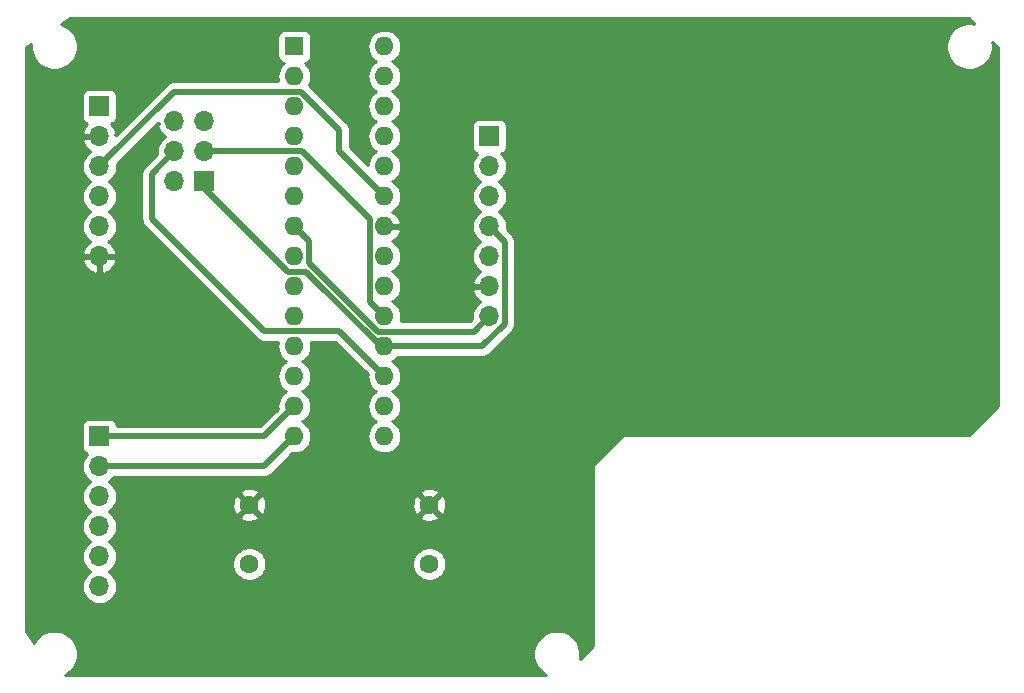
<source format=gbr>
G04 #@! TF.GenerationSoftware,KiCad,Pcbnew,5.1.4-3.fc30*
G04 #@! TF.CreationDate,2019-09-02T15:50:26-07:00*
G04 #@! TF.ProjectId,AR_20_JW_Rev2,41525f32-305f-44a5-975f-526576322e6b,rev?*
G04 #@! TF.SameCoordinates,Original*
G04 #@! TF.FileFunction,Copper,L2,Bot*
G04 #@! TF.FilePolarity,Positive*
%FSLAX46Y46*%
G04 Gerber Fmt 4.6, Leading zero omitted, Abs format (unit mm)*
G04 Created by KiCad (PCBNEW 5.1.4-3.fc30) date 2019-09-02 15:50:26*
%MOMM*%
%LPD*%
G04 APERTURE LIST*
%ADD10C,1.600000*%
%ADD11R,1.600000X1.600000*%
%ADD12O,1.600000X1.600000*%
%ADD13R,1.700000X1.700000*%
%ADD14O,1.700000X1.700000*%
%ADD15C,0.500000*%
%ADD16C,0.254000*%
G04 APERTURE END LIST*
D10*
X139065000Y-118745000D03*
X139065000Y-113745000D03*
X123825000Y-113745000D03*
X123825000Y-118745000D03*
D11*
X127635000Y-74930000D03*
D12*
X135255000Y-107950000D03*
X127635000Y-77470000D03*
X135255000Y-105410000D03*
X127635000Y-80010000D03*
X135255000Y-102870000D03*
X127635000Y-82550000D03*
X135255000Y-100330000D03*
X127635000Y-85090000D03*
X135255000Y-97790000D03*
X127635000Y-87630000D03*
X135255000Y-95250000D03*
X127635000Y-90170000D03*
X135255000Y-92710000D03*
X127635000Y-92710000D03*
X135255000Y-90170000D03*
X127635000Y-95250000D03*
X135255000Y-87630000D03*
X127635000Y-97790000D03*
X135255000Y-85090000D03*
X127635000Y-100330000D03*
X135255000Y-82550000D03*
X127635000Y-102870000D03*
X135255000Y-80010000D03*
X127635000Y-105410000D03*
X135255000Y-77470000D03*
X127635000Y-107950000D03*
X135255000Y-74930000D03*
D13*
X120015000Y-86360000D03*
D14*
X117475000Y-86360000D03*
X120015000Y-83820000D03*
X117475000Y-83820000D03*
X120015000Y-81280000D03*
X117475000Y-81280000D03*
D13*
X144145000Y-82550000D03*
D14*
X144145000Y-85090000D03*
X144145000Y-87630000D03*
X144145000Y-90170000D03*
X144145000Y-92710000D03*
X144145000Y-95250000D03*
X144145000Y-97790000D03*
D13*
X111125000Y-80010000D03*
D14*
X111125000Y-82550000D03*
X111125000Y-85090000D03*
X111125000Y-87630000D03*
X111125000Y-90170000D03*
X111125000Y-92710000D03*
X111125000Y-120650000D03*
X111125000Y-118110000D03*
X111125000Y-115570000D03*
X111125000Y-113030000D03*
X111125000Y-110490000D03*
D13*
X111125000Y-107950000D03*
D15*
X134694997Y-99079999D02*
X128885001Y-93270003D01*
X142855001Y-99079999D02*
X134694997Y-99079999D01*
X128434999Y-90969999D02*
X127635000Y-90170000D01*
X128885001Y-91420001D02*
X128434999Y-90969999D01*
X128885001Y-93270003D02*
X128885001Y-91420001D01*
X144145000Y-97790000D02*
X142855001Y-99079999D01*
X115570000Y-89535000D02*
X125075001Y-99040001D01*
X134455001Y-102070001D02*
X135255000Y-102870000D01*
X117475000Y-83820000D02*
X115570000Y-85725000D01*
X115570000Y-85725000D02*
X115570000Y-89535000D01*
X125075001Y-99040001D02*
X131425001Y-99040001D01*
X131425001Y-99040001D02*
X134455001Y-102070001D01*
X128625035Y-93999999D02*
X134955036Y-100330000D01*
X127074997Y-93999999D02*
X128625035Y-93999999D01*
X120015000Y-86940002D02*
X127074997Y-93999999D01*
X134955036Y-100330000D02*
X135255000Y-100330000D01*
X120015000Y-86360000D02*
X120015000Y-86940002D01*
X136386370Y-100330000D02*
X135255000Y-100330000D01*
X143529002Y-100330000D02*
X136386370Y-100330000D01*
X145445001Y-98414001D02*
X143529002Y-100330000D01*
X145445001Y-91470001D02*
X145445001Y-98414001D01*
X144145000Y-90170000D02*
X145445001Y-91470001D01*
X134004999Y-96539999D02*
X134455001Y-96990001D01*
X134004999Y-89554999D02*
X134004999Y-96539999D01*
X128270000Y-83820000D02*
X134004999Y-89554999D01*
X134455001Y-96990001D02*
X135255000Y-97790000D01*
X120015000Y-83820000D02*
X128270000Y-83820000D01*
X128235001Y-78759999D02*
X131445000Y-81969998D01*
X111125000Y-85090000D02*
X117455001Y-78759999D01*
X117455001Y-78759999D02*
X128235001Y-78759999D01*
X131445000Y-83820000D02*
X135255000Y-87630000D01*
X131445000Y-81969998D02*
X131445000Y-83820000D01*
X125095000Y-107950000D02*
X127635000Y-105410000D01*
X111125000Y-107950000D02*
X125095000Y-107950000D01*
X125095000Y-110490000D02*
X127635000Y-107950000D01*
X111125000Y-110490000D02*
X125095000Y-110490000D01*
D16*
G36*
X185205061Y-72989667D02*
G01*
X184980505Y-72945000D01*
X184589495Y-72945000D01*
X184205997Y-73021282D01*
X183844750Y-73170915D01*
X183519636Y-73388149D01*
X183243149Y-73664636D01*
X183025915Y-73989750D01*
X182876282Y-74350997D01*
X182800000Y-74734495D01*
X182800000Y-75125505D01*
X182876282Y-75509003D01*
X183025915Y-75870250D01*
X183243149Y-76195364D01*
X183519636Y-76471851D01*
X183844750Y-76689085D01*
X184205997Y-76838718D01*
X184589495Y-76915000D01*
X184980505Y-76915000D01*
X185364003Y-76838718D01*
X185725250Y-76689085D01*
X186050364Y-76471851D01*
X186326851Y-76195364D01*
X186544085Y-75870250D01*
X186693718Y-75509003D01*
X186770000Y-75125505D01*
X186770000Y-74734495D01*
X186725333Y-74509939D01*
X187198000Y-74982606D01*
X187198000Y-105357394D01*
X184732394Y-107823000D01*
X155575000Y-107823000D01*
X155550224Y-107825440D01*
X155526399Y-107832667D01*
X155504443Y-107844403D01*
X155485197Y-107860197D01*
X152945197Y-110400197D01*
X152929403Y-110419443D01*
X152917667Y-110441399D01*
X152910440Y-110465224D01*
X152908000Y-110490000D01*
X152908000Y-125677394D01*
X151800333Y-126785061D01*
X151845000Y-126560505D01*
X151845000Y-126169495D01*
X151768718Y-125785997D01*
X151619085Y-125424750D01*
X151401851Y-125099636D01*
X151125364Y-124823149D01*
X150800250Y-124605915D01*
X150439003Y-124456282D01*
X150055505Y-124380000D01*
X149664495Y-124380000D01*
X149280997Y-124456282D01*
X148919750Y-124605915D01*
X148594636Y-124823149D01*
X148318149Y-125099636D01*
X148100915Y-125424750D01*
X147951282Y-125785997D01*
X147875000Y-126169495D01*
X147875000Y-126560505D01*
X147951282Y-126944003D01*
X148100915Y-127305250D01*
X148318149Y-127630364D01*
X148594636Y-127906851D01*
X148919750Y-128124085D01*
X148965415Y-128143000D01*
X108209585Y-128143000D01*
X108255250Y-128124085D01*
X108580364Y-127906851D01*
X108856851Y-127630364D01*
X109074085Y-127305250D01*
X109223718Y-126944003D01*
X109300000Y-126560505D01*
X109300000Y-126169495D01*
X109223718Y-125785997D01*
X109074085Y-125424750D01*
X108856851Y-125099636D01*
X108580364Y-124823149D01*
X108255250Y-124605915D01*
X107894003Y-124456282D01*
X107510505Y-124380000D01*
X107119495Y-124380000D01*
X106735997Y-124456282D01*
X106374750Y-124605915D01*
X106049636Y-124823149D01*
X105773149Y-125099636D01*
X105563367Y-125413598D01*
X104902000Y-124421548D01*
X104902000Y-93066890D01*
X109683524Y-93066890D01*
X109728175Y-93214099D01*
X109853359Y-93476920D01*
X110027412Y-93710269D01*
X110243645Y-93905178D01*
X110493748Y-94054157D01*
X110768109Y-94151481D01*
X110998000Y-94030814D01*
X110998000Y-92837000D01*
X111252000Y-92837000D01*
X111252000Y-94030814D01*
X111481891Y-94151481D01*
X111756252Y-94054157D01*
X112006355Y-93905178D01*
X112222588Y-93710269D01*
X112396641Y-93476920D01*
X112521825Y-93214099D01*
X112566476Y-93066890D01*
X112445155Y-92837000D01*
X111252000Y-92837000D01*
X110998000Y-92837000D01*
X109804845Y-92837000D01*
X109683524Y-93066890D01*
X104902000Y-93066890D01*
X104902000Y-85090000D01*
X109632815Y-85090000D01*
X109661487Y-85381111D01*
X109746401Y-85661034D01*
X109884294Y-85919014D01*
X110069866Y-86145134D01*
X110295986Y-86330706D01*
X110350791Y-86360000D01*
X110295986Y-86389294D01*
X110069866Y-86574866D01*
X109884294Y-86800986D01*
X109746401Y-87058966D01*
X109661487Y-87338889D01*
X109632815Y-87630000D01*
X109661487Y-87921111D01*
X109746401Y-88201034D01*
X109884294Y-88459014D01*
X110069866Y-88685134D01*
X110295986Y-88870706D01*
X110350791Y-88900000D01*
X110295986Y-88929294D01*
X110069866Y-89114866D01*
X109884294Y-89340986D01*
X109746401Y-89598966D01*
X109661487Y-89878889D01*
X109632815Y-90170000D01*
X109661487Y-90461111D01*
X109746401Y-90741034D01*
X109884294Y-90999014D01*
X110069866Y-91225134D01*
X110295986Y-91410706D01*
X110360523Y-91445201D01*
X110243645Y-91514822D01*
X110027412Y-91709731D01*
X109853359Y-91943080D01*
X109728175Y-92205901D01*
X109683524Y-92353110D01*
X109804845Y-92583000D01*
X110998000Y-92583000D01*
X110998000Y-92563000D01*
X111252000Y-92563000D01*
X111252000Y-92583000D01*
X112445155Y-92583000D01*
X112566476Y-92353110D01*
X112521825Y-92205901D01*
X112396641Y-91943080D01*
X112222588Y-91709731D01*
X112006355Y-91514822D01*
X111889477Y-91445201D01*
X111954014Y-91410706D01*
X112180134Y-91225134D01*
X112365706Y-90999014D01*
X112503599Y-90741034D01*
X112588513Y-90461111D01*
X112617185Y-90170000D01*
X112588513Y-89878889D01*
X112503599Y-89598966D01*
X112365706Y-89340986D01*
X112180134Y-89114866D01*
X111954014Y-88929294D01*
X111899209Y-88900000D01*
X111954014Y-88870706D01*
X112180134Y-88685134D01*
X112365706Y-88459014D01*
X112503599Y-88201034D01*
X112588513Y-87921111D01*
X112617185Y-87630000D01*
X112588513Y-87338889D01*
X112503599Y-87058966D01*
X112365706Y-86800986D01*
X112180134Y-86574866D01*
X111954014Y-86389294D01*
X111899209Y-86360000D01*
X111954014Y-86330706D01*
X112180134Y-86145134D01*
X112365706Y-85919014D01*
X112503599Y-85661034D01*
X112588513Y-85381111D01*
X112617185Y-85090000D01*
X112595612Y-84870966D01*
X116059577Y-81407002D01*
X116154844Y-81407002D01*
X116033524Y-81636890D01*
X116078175Y-81784099D01*
X116203359Y-82046920D01*
X116377412Y-82280269D01*
X116593645Y-82475178D01*
X116710523Y-82544799D01*
X116645986Y-82579294D01*
X116419866Y-82764866D01*
X116234294Y-82990986D01*
X116096401Y-83248966D01*
X116011487Y-83528889D01*
X115982815Y-83820000D01*
X116004388Y-84039033D01*
X114974956Y-85068466D01*
X114941183Y-85096183D01*
X114830589Y-85230942D01*
X114748411Y-85384688D01*
X114697805Y-85551511D01*
X114685000Y-85681524D01*
X114685000Y-85681531D01*
X114680719Y-85725000D01*
X114685000Y-85768469D01*
X114685001Y-89491521D01*
X114680719Y-89535000D01*
X114697805Y-89708490D01*
X114748412Y-89875313D01*
X114830590Y-90029059D01*
X114913468Y-90130046D01*
X114913471Y-90130049D01*
X114941184Y-90163817D01*
X114974952Y-90191530D01*
X124418471Y-99635050D01*
X124446184Y-99668818D01*
X124479952Y-99696531D01*
X124479954Y-99696533D01*
X124494921Y-99708816D01*
X124580942Y-99779412D01*
X124734688Y-99861590D01*
X124901511Y-99912196D01*
X125031524Y-99925001D01*
X125031534Y-99925001D01*
X125075000Y-99929282D01*
X125118466Y-99925001D01*
X126258285Y-99925001D01*
X126220764Y-100048691D01*
X126193057Y-100330000D01*
X126220764Y-100611309D01*
X126302818Y-100881808D01*
X126436068Y-101131101D01*
X126615392Y-101349608D01*
X126833899Y-101528932D01*
X126966858Y-101600000D01*
X126833899Y-101671068D01*
X126615392Y-101850392D01*
X126436068Y-102068899D01*
X126302818Y-102318192D01*
X126220764Y-102588691D01*
X126193057Y-102870000D01*
X126220764Y-103151309D01*
X126302818Y-103421808D01*
X126436068Y-103671101D01*
X126615392Y-103889608D01*
X126833899Y-104068932D01*
X126966858Y-104140000D01*
X126833899Y-104211068D01*
X126615392Y-104390392D01*
X126436068Y-104608899D01*
X126302818Y-104858192D01*
X126220764Y-105128691D01*
X126193057Y-105410000D01*
X126210125Y-105583296D01*
X124728422Y-107065000D01*
X112609625Y-107065000D01*
X112600812Y-106975518D01*
X112564502Y-106855820D01*
X112505537Y-106745506D01*
X112426185Y-106648815D01*
X112329494Y-106569463D01*
X112219180Y-106510498D01*
X112099482Y-106474188D01*
X111975000Y-106461928D01*
X110275000Y-106461928D01*
X110150518Y-106474188D01*
X110030820Y-106510498D01*
X109920506Y-106569463D01*
X109823815Y-106648815D01*
X109744463Y-106745506D01*
X109685498Y-106855820D01*
X109649188Y-106975518D01*
X109636928Y-107100000D01*
X109636928Y-108800000D01*
X109649188Y-108924482D01*
X109685498Y-109044180D01*
X109744463Y-109154494D01*
X109823815Y-109251185D01*
X109920506Y-109330537D01*
X110030820Y-109389502D01*
X110099687Y-109410393D01*
X110069866Y-109434866D01*
X109884294Y-109660986D01*
X109746401Y-109918966D01*
X109661487Y-110198889D01*
X109632815Y-110490000D01*
X109661487Y-110781111D01*
X109746401Y-111061034D01*
X109884294Y-111319014D01*
X110069866Y-111545134D01*
X110295986Y-111730706D01*
X110350791Y-111760000D01*
X110295986Y-111789294D01*
X110069866Y-111974866D01*
X109884294Y-112200986D01*
X109746401Y-112458966D01*
X109661487Y-112738889D01*
X109632815Y-113030000D01*
X109661487Y-113321111D01*
X109746401Y-113601034D01*
X109884294Y-113859014D01*
X110069866Y-114085134D01*
X110295986Y-114270706D01*
X110350791Y-114300000D01*
X110295986Y-114329294D01*
X110069866Y-114514866D01*
X109884294Y-114740986D01*
X109746401Y-114998966D01*
X109661487Y-115278889D01*
X109632815Y-115570000D01*
X109661487Y-115861111D01*
X109746401Y-116141034D01*
X109884294Y-116399014D01*
X110069866Y-116625134D01*
X110295986Y-116810706D01*
X110350791Y-116840000D01*
X110295986Y-116869294D01*
X110069866Y-117054866D01*
X109884294Y-117280986D01*
X109746401Y-117538966D01*
X109661487Y-117818889D01*
X109632815Y-118110000D01*
X109661487Y-118401111D01*
X109746401Y-118681034D01*
X109884294Y-118939014D01*
X110069866Y-119165134D01*
X110295986Y-119350706D01*
X110350791Y-119380000D01*
X110295986Y-119409294D01*
X110069866Y-119594866D01*
X109884294Y-119820986D01*
X109746401Y-120078966D01*
X109661487Y-120358889D01*
X109632815Y-120650000D01*
X109661487Y-120941111D01*
X109746401Y-121221034D01*
X109884294Y-121479014D01*
X110069866Y-121705134D01*
X110295986Y-121890706D01*
X110553966Y-122028599D01*
X110833889Y-122113513D01*
X111052050Y-122135000D01*
X111197950Y-122135000D01*
X111416111Y-122113513D01*
X111696034Y-122028599D01*
X111954014Y-121890706D01*
X112180134Y-121705134D01*
X112365706Y-121479014D01*
X112503599Y-121221034D01*
X112588513Y-120941111D01*
X112617185Y-120650000D01*
X112588513Y-120358889D01*
X112503599Y-120078966D01*
X112365706Y-119820986D01*
X112180134Y-119594866D01*
X111954014Y-119409294D01*
X111899209Y-119380000D01*
X111954014Y-119350706D01*
X112180134Y-119165134D01*
X112365706Y-118939014D01*
X112503599Y-118681034D01*
X112527068Y-118603665D01*
X122390000Y-118603665D01*
X122390000Y-118886335D01*
X122445147Y-119163574D01*
X122553320Y-119424727D01*
X122710363Y-119659759D01*
X122910241Y-119859637D01*
X123145273Y-120016680D01*
X123406426Y-120124853D01*
X123683665Y-120180000D01*
X123966335Y-120180000D01*
X124243574Y-120124853D01*
X124504727Y-120016680D01*
X124739759Y-119859637D01*
X124939637Y-119659759D01*
X125096680Y-119424727D01*
X125204853Y-119163574D01*
X125260000Y-118886335D01*
X125260000Y-118603665D01*
X137630000Y-118603665D01*
X137630000Y-118886335D01*
X137685147Y-119163574D01*
X137793320Y-119424727D01*
X137950363Y-119659759D01*
X138150241Y-119859637D01*
X138385273Y-120016680D01*
X138646426Y-120124853D01*
X138923665Y-120180000D01*
X139206335Y-120180000D01*
X139483574Y-120124853D01*
X139744727Y-120016680D01*
X139979759Y-119859637D01*
X140179637Y-119659759D01*
X140336680Y-119424727D01*
X140444853Y-119163574D01*
X140500000Y-118886335D01*
X140500000Y-118603665D01*
X140444853Y-118326426D01*
X140336680Y-118065273D01*
X140179637Y-117830241D01*
X139979759Y-117630363D01*
X139744727Y-117473320D01*
X139483574Y-117365147D01*
X139206335Y-117310000D01*
X138923665Y-117310000D01*
X138646426Y-117365147D01*
X138385273Y-117473320D01*
X138150241Y-117630363D01*
X137950363Y-117830241D01*
X137793320Y-118065273D01*
X137685147Y-118326426D01*
X137630000Y-118603665D01*
X125260000Y-118603665D01*
X125204853Y-118326426D01*
X125096680Y-118065273D01*
X124939637Y-117830241D01*
X124739759Y-117630363D01*
X124504727Y-117473320D01*
X124243574Y-117365147D01*
X123966335Y-117310000D01*
X123683665Y-117310000D01*
X123406426Y-117365147D01*
X123145273Y-117473320D01*
X122910241Y-117630363D01*
X122710363Y-117830241D01*
X122553320Y-118065273D01*
X122445147Y-118326426D01*
X122390000Y-118603665D01*
X112527068Y-118603665D01*
X112588513Y-118401111D01*
X112617185Y-118110000D01*
X112588513Y-117818889D01*
X112503599Y-117538966D01*
X112365706Y-117280986D01*
X112180134Y-117054866D01*
X111954014Y-116869294D01*
X111899209Y-116840000D01*
X111954014Y-116810706D01*
X112180134Y-116625134D01*
X112365706Y-116399014D01*
X112503599Y-116141034D01*
X112588513Y-115861111D01*
X112617185Y-115570000D01*
X112588513Y-115278889D01*
X112503599Y-114998966D01*
X112365706Y-114740986D01*
X112363011Y-114737702D01*
X123011903Y-114737702D01*
X123083486Y-114981671D01*
X123338996Y-115102571D01*
X123613184Y-115171300D01*
X123895512Y-115185217D01*
X124175130Y-115143787D01*
X124441292Y-115048603D01*
X124566514Y-114981671D01*
X124638097Y-114737702D01*
X138251903Y-114737702D01*
X138323486Y-114981671D01*
X138578996Y-115102571D01*
X138853184Y-115171300D01*
X139135512Y-115185217D01*
X139415130Y-115143787D01*
X139681292Y-115048603D01*
X139806514Y-114981671D01*
X139878097Y-114737702D01*
X139065000Y-113924605D01*
X138251903Y-114737702D01*
X124638097Y-114737702D01*
X123825000Y-113924605D01*
X123011903Y-114737702D01*
X112363011Y-114737702D01*
X112180134Y-114514866D01*
X111954014Y-114329294D01*
X111899209Y-114300000D01*
X111954014Y-114270706D01*
X112180134Y-114085134D01*
X112365706Y-113859014D01*
X112388958Y-113815512D01*
X122384783Y-113815512D01*
X122426213Y-114095130D01*
X122521397Y-114361292D01*
X122588329Y-114486514D01*
X122832298Y-114558097D01*
X123645395Y-113745000D01*
X124004605Y-113745000D01*
X124817702Y-114558097D01*
X125061671Y-114486514D01*
X125182571Y-114231004D01*
X125251300Y-113956816D01*
X125258265Y-113815512D01*
X137624783Y-113815512D01*
X137666213Y-114095130D01*
X137761397Y-114361292D01*
X137828329Y-114486514D01*
X138072298Y-114558097D01*
X138885395Y-113745000D01*
X139244605Y-113745000D01*
X140057702Y-114558097D01*
X140301671Y-114486514D01*
X140422571Y-114231004D01*
X140491300Y-113956816D01*
X140505217Y-113674488D01*
X140463787Y-113394870D01*
X140368603Y-113128708D01*
X140301671Y-113003486D01*
X140057702Y-112931903D01*
X139244605Y-113745000D01*
X138885395Y-113745000D01*
X138072298Y-112931903D01*
X137828329Y-113003486D01*
X137707429Y-113258996D01*
X137638700Y-113533184D01*
X137624783Y-113815512D01*
X125258265Y-113815512D01*
X125265217Y-113674488D01*
X125223787Y-113394870D01*
X125128603Y-113128708D01*
X125061671Y-113003486D01*
X124817702Y-112931903D01*
X124004605Y-113745000D01*
X123645395Y-113745000D01*
X122832298Y-112931903D01*
X122588329Y-113003486D01*
X122467429Y-113258996D01*
X122398700Y-113533184D01*
X122384783Y-113815512D01*
X112388958Y-113815512D01*
X112503599Y-113601034D01*
X112588513Y-113321111D01*
X112617185Y-113030000D01*
X112589834Y-112752298D01*
X123011903Y-112752298D01*
X123825000Y-113565395D01*
X124638097Y-112752298D01*
X138251903Y-112752298D01*
X139065000Y-113565395D01*
X139878097Y-112752298D01*
X139806514Y-112508329D01*
X139551004Y-112387429D01*
X139276816Y-112318700D01*
X138994488Y-112304783D01*
X138714870Y-112346213D01*
X138448708Y-112441397D01*
X138323486Y-112508329D01*
X138251903Y-112752298D01*
X124638097Y-112752298D01*
X124566514Y-112508329D01*
X124311004Y-112387429D01*
X124036816Y-112318700D01*
X123754488Y-112304783D01*
X123474870Y-112346213D01*
X123208708Y-112441397D01*
X123083486Y-112508329D01*
X123011903Y-112752298D01*
X112589834Y-112752298D01*
X112588513Y-112738889D01*
X112503599Y-112458966D01*
X112365706Y-112200986D01*
X112180134Y-111974866D01*
X111954014Y-111789294D01*
X111899209Y-111760000D01*
X111954014Y-111730706D01*
X112180134Y-111545134D01*
X112319759Y-111375000D01*
X125051531Y-111375000D01*
X125095000Y-111379281D01*
X125138469Y-111375000D01*
X125138477Y-111375000D01*
X125268490Y-111362195D01*
X125435313Y-111311589D01*
X125589059Y-111229411D01*
X125723817Y-111118817D01*
X125751534Y-111085044D01*
X127461704Y-109374875D01*
X127564508Y-109385000D01*
X127705492Y-109385000D01*
X127916309Y-109364236D01*
X128186808Y-109282182D01*
X128436101Y-109148932D01*
X128654608Y-108969608D01*
X128833932Y-108751101D01*
X128967182Y-108501808D01*
X129049236Y-108231309D01*
X129076943Y-107950000D01*
X129049236Y-107668691D01*
X128967182Y-107398192D01*
X128833932Y-107148899D01*
X128654608Y-106930392D01*
X128436101Y-106751068D01*
X128303142Y-106680000D01*
X128436101Y-106608932D01*
X128654608Y-106429608D01*
X128833932Y-106211101D01*
X128967182Y-105961808D01*
X129049236Y-105691309D01*
X129076943Y-105410000D01*
X129049236Y-105128691D01*
X128967182Y-104858192D01*
X128833932Y-104608899D01*
X128654608Y-104390392D01*
X128436101Y-104211068D01*
X128303142Y-104140000D01*
X128436101Y-104068932D01*
X128654608Y-103889608D01*
X128833932Y-103671101D01*
X128967182Y-103421808D01*
X129049236Y-103151309D01*
X129076943Y-102870000D01*
X129049236Y-102588691D01*
X128967182Y-102318192D01*
X128833932Y-102068899D01*
X128654608Y-101850392D01*
X128436101Y-101671068D01*
X128303142Y-101600000D01*
X128436101Y-101528932D01*
X128654608Y-101349608D01*
X128833932Y-101131101D01*
X128967182Y-100881808D01*
X129049236Y-100611309D01*
X129076943Y-100330000D01*
X129049236Y-100048691D01*
X129011715Y-99925001D01*
X131058423Y-99925001D01*
X133830125Y-102696704D01*
X133813057Y-102870000D01*
X133840764Y-103151309D01*
X133922818Y-103421808D01*
X134056068Y-103671101D01*
X134235392Y-103889608D01*
X134453899Y-104068932D01*
X134586858Y-104140000D01*
X134453899Y-104211068D01*
X134235392Y-104390392D01*
X134056068Y-104608899D01*
X133922818Y-104858192D01*
X133840764Y-105128691D01*
X133813057Y-105410000D01*
X133840764Y-105691309D01*
X133922818Y-105961808D01*
X134056068Y-106211101D01*
X134235392Y-106429608D01*
X134453899Y-106608932D01*
X134586858Y-106680000D01*
X134453899Y-106751068D01*
X134235392Y-106930392D01*
X134056068Y-107148899D01*
X133922818Y-107398192D01*
X133840764Y-107668691D01*
X133813057Y-107950000D01*
X133840764Y-108231309D01*
X133922818Y-108501808D01*
X134056068Y-108751101D01*
X134235392Y-108969608D01*
X134453899Y-109148932D01*
X134703192Y-109282182D01*
X134973691Y-109364236D01*
X135184508Y-109385000D01*
X135325492Y-109385000D01*
X135536309Y-109364236D01*
X135806808Y-109282182D01*
X136056101Y-109148932D01*
X136274608Y-108969608D01*
X136453932Y-108751101D01*
X136587182Y-108501808D01*
X136669236Y-108231309D01*
X136696943Y-107950000D01*
X136669236Y-107668691D01*
X136587182Y-107398192D01*
X136453932Y-107148899D01*
X136274608Y-106930392D01*
X136056101Y-106751068D01*
X135923142Y-106680000D01*
X136056101Y-106608932D01*
X136274608Y-106429608D01*
X136453932Y-106211101D01*
X136587182Y-105961808D01*
X136669236Y-105691309D01*
X136696943Y-105410000D01*
X136669236Y-105128691D01*
X136587182Y-104858192D01*
X136453932Y-104608899D01*
X136274608Y-104390392D01*
X136056101Y-104211068D01*
X135923142Y-104140000D01*
X136056101Y-104068932D01*
X136274608Y-103889608D01*
X136453932Y-103671101D01*
X136587182Y-103421808D01*
X136669236Y-103151309D01*
X136696943Y-102870000D01*
X136669236Y-102588691D01*
X136587182Y-102318192D01*
X136453932Y-102068899D01*
X136274608Y-101850392D01*
X136056101Y-101671068D01*
X135923142Y-101600000D01*
X136056101Y-101528932D01*
X136274608Y-101349608D01*
X136385078Y-101215000D01*
X143485533Y-101215000D01*
X143529002Y-101219281D01*
X143572471Y-101215000D01*
X143572479Y-101215000D01*
X143702492Y-101202195D01*
X143869315Y-101151589D01*
X144023061Y-101069411D01*
X144157819Y-100958817D01*
X144185536Y-100925044D01*
X146040050Y-99070531D01*
X146073818Y-99042818D01*
X146118042Y-98988932D01*
X146184412Y-98908060D01*
X146266589Y-98754315D01*
X146266590Y-98754314D01*
X146317196Y-98587491D01*
X146330001Y-98457478D01*
X146330001Y-98457470D01*
X146334282Y-98414001D01*
X146330001Y-98370532D01*
X146330001Y-91513467D01*
X146334282Y-91470000D01*
X146330001Y-91426534D01*
X146330001Y-91426524D01*
X146317196Y-91296511D01*
X146266590Y-91129688D01*
X146184412Y-90975942D01*
X146073818Y-90841184D01*
X146040051Y-90813472D01*
X145615612Y-90389033D01*
X145637185Y-90170000D01*
X145608513Y-89878889D01*
X145523599Y-89598966D01*
X145385706Y-89340986D01*
X145200134Y-89114866D01*
X144974014Y-88929294D01*
X144919209Y-88900000D01*
X144974014Y-88870706D01*
X145200134Y-88685134D01*
X145385706Y-88459014D01*
X145523599Y-88201034D01*
X145608513Y-87921111D01*
X145637185Y-87630000D01*
X145608513Y-87338889D01*
X145523599Y-87058966D01*
X145385706Y-86800986D01*
X145200134Y-86574866D01*
X144974014Y-86389294D01*
X144919209Y-86360000D01*
X144974014Y-86330706D01*
X145200134Y-86145134D01*
X145385706Y-85919014D01*
X145523599Y-85661034D01*
X145608513Y-85381111D01*
X145637185Y-85090000D01*
X145608513Y-84798889D01*
X145523599Y-84518966D01*
X145385706Y-84260986D01*
X145200134Y-84034866D01*
X145170313Y-84010393D01*
X145239180Y-83989502D01*
X145349494Y-83930537D01*
X145446185Y-83851185D01*
X145525537Y-83754494D01*
X145584502Y-83644180D01*
X145620812Y-83524482D01*
X145633072Y-83400000D01*
X145633072Y-81700000D01*
X145620812Y-81575518D01*
X145584502Y-81455820D01*
X145525537Y-81345506D01*
X145446185Y-81248815D01*
X145349494Y-81169463D01*
X145239180Y-81110498D01*
X145119482Y-81074188D01*
X144995000Y-81061928D01*
X143295000Y-81061928D01*
X143170518Y-81074188D01*
X143050820Y-81110498D01*
X142940506Y-81169463D01*
X142843815Y-81248815D01*
X142764463Y-81345506D01*
X142705498Y-81455820D01*
X142669188Y-81575518D01*
X142656928Y-81700000D01*
X142656928Y-83400000D01*
X142669188Y-83524482D01*
X142705498Y-83644180D01*
X142764463Y-83754494D01*
X142843815Y-83851185D01*
X142940506Y-83930537D01*
X143050820Y-83989502D01*
X143119687Y-84010393D01*
X143089866Y-84034866D01*
X142904294Y-84260986D01*
X142766401Y-84518966D01*
X142681487Y-84798889D01*
X142652815Y-85090000D01*
X142681487Y-85381111D01*
X142766401Y-85661034D01*
X142904294Y-85919014D01*
X143089866Y-86145134D01*
X143315986Y-86330706D01*
X143370791Y-86360000D01*
X143315986Y-86389294D01*
X143089866Y-86574866D01*
X142904294Y-86800986D01*
X142766401Y-87058966D01*
X142681487Y-87338889D01*
X142652815Y-87630000D01*
X142681487Y-87921111D01*
X142766401Y-88201034D01*
X142904294Y-88459014D01*
X143089866Y-88685134D01*
X143315986Y-88870706D01*
X143370791Y-88900000D01*
X143315986Y-88929294D01*
X143089866Y-89114866D01*
X142904294Y-89340986D01*
X142766401Y-89598966D01*
X142681487Y-89878889D01*
X142652815Y-90170000D01*
X142681487Y-90461111D01*
X142766401Y-90741034D01*
X142904294Y-90999014D01*
X143089866Y-91225134D01*
X143315986Y-91410706D01*
X143370791Y-91440000D01*
X143315986Y-91469294D01*
X143089866Y-91654866D01*
X142904294Y-91880986D01*
X142766401Y-92138966D01*
X142681487Y-92418889D01*
X142652815Y-92710000D01*
X142681487Y-93001111D01*
X142766401Y-93281034D01*
X142904294Y-93539014D01*
X143089866Y-93765134D01*
X143315986Y-93950706D01*
X143380523Y-93985201D01*
X143263645Y-94054822D01*
X143047412Y-94249731D01*
X142873359Y-94483080D01*
X142748175Y-94745901D01*
X142703524Y-94893110D01*
X142824845Y-95123000D01*
X144018000Y-95123000D01*
X144018000Y-95103000D01*
X144272000Y-95103000D01*
X144272000Y-95123000D01*
X144292000Y-95123000D01*
X144292000Y-95377000D01*
X144272000Y-95377000D01*
X144272000Y-95397000D01*
X144018000Y-95397000D01*
X144018000Y-95377000D01*
X142824845Y-95377000D01*
X142703524Y-95606890D01*
X142748175Y-95754099D01*
X142873359Y-96016920D01*
X143047412Y-96250269D01*
X143263645Y-96445178D01*
X143380523Y-96514799D01*
X143315986Y-96549294D01*
X143089866Y-96734866D01*
X142904294Y-96960986D01*
X142766401Y-97218966D01*
X142681487Y-97498889D01*
X142652815Y-97790000D01*
X142674388Y-98009034D01*
X142488423Y-98194999D01*
X136631715Y-98194999D01*
X136669236Y-98071309D01*
X136696943Y-97790000D01*
X136669236Y-97508691D01*
X136587182Y-97238192D01*
X136453932Y-96988899D01*
X136274608Y-96770392D01*
X136056101Y-96591068D01*
X135923142Y-96520000D01*
X136056101Y-96448932D01*
X136274608Y-96269608D01*
X136453932Y-96051101D01*
X136587182Y-95801808D01*
X136669236Y-95531309D01*
X136696943Y-95250000D01*
X136669236Y-94968691D01*
X136587182Y-94698192D01*
X136453932Y-94448899D01*
X136274608Y-94230392D01*
X136056101Y-94051068D01*
X135923142Y-93980000D01*
X136056101Y-93908932D01*
X136274608Y-93729608D01*
X136453932Y-93511101D01*
X136587182Y-93261808D01*
X136669236Y-92991309D01*
X136696943Y-92710000D01*
X136669236Y-92428691D01*
X136587182Y-92158192D01*
X136453932Y-91908899D01*
X136274608Y-91690392D01*
X136056101Y-91511068D01*
X135918318Y-91437421D01*
X136110131Y-91322385D01*
X136318519Y-91133414D01*
X136486037Y-90907420D01*
X136606246Y-90653087D01*
X136646904Y-90519039D01*
X136524915Y-90297000D01*
X135382000Y-90297000D01*
X135382000Y-90317000D01*
X135128000Y-90317000D01*
X135128000Y-90297000D01*
X135108000Y-90297000D01*
X135108000Y-90043000D01*
X135128000Y-90043000D01*
X135128000Y-90023000D01*
X135382000Y-90023000D01*
X135382000Y-90043000D01*
X136524915Y-90043000D01*
X136646904Y-89820961D01*
X136606246Y-89686913D01*
X136486037Y-89432580D01*
X136318519Y-89206586D01*
X136110131Y-89017615D01*
X135918318Y-88902579D01*
X136056101Y-88828932D01*
X136274608Y-88649608D01*
X136453932Y-88431101D01*
X136587182Y-88181808D01*
X136669236Y-87911309D01*
X136696943Y-87630000D01*
X136669236Y-87348691D01*
X136587182Y-87078192D01*
X136453932Y-86828899D01*
X136274608Y-86610392D01*
X136056101Y-86431068D01*
X135923142Y-86360000D01*
X136056101Y-86288932D01*
X136274608Y-86109608D01*
X136453932Y-85891101D01*
X136587182Y-85641808D01*
X136669236Y-85371309D01*
X136696943Y-85090000D01*
X136669236Y-84808691D01*
X136587182Y-84538192D01*
X136453932Y-84288899D01*
X136274608Y-84070392D01*
X136056101Y-83891068D01*
X135923142Y-83820000D01*
X136056101Y-83748932D01*
X136274608Y-83569608D01*
X136453932Y-83351101D01*
X136587182Y-83101808D01*
X136669236Y-82831309D01*
X136696943Y-82550000D01*
X136669236Y-82268691D01*
X136587182Y-81998192D01*
X136453932Y-81748899D01*
X136274608Y-81530392D01*
X136056101Y-81351068D01*
X135923142Y-81280000D01*
X136056101Y-81208932D01*
X136274608Y-81029608D01*
X136453932Y-80811101D01*
X136587182Y-80561808D01*
X136669236Y-80291309D01*
X136696943Y-80010000D01*
X136669236Y-79728691D01*
X136587182Y-79458192D01*
X136453932Y-79208899D01*
X136274608Y-78990392D01*
X136056101Y-78811068D01*
X135923142Y-78740000D01*
X136056101Y-78668932D01*
X136274608Y-78489608D01*
X136453932Y-78271101D01*
X136587182Y-78021808D01*
X136669236Y-77751309D01*
X136696943Y-77470000D01*
X136669236Y-77188691D01*
X136587182Y-76918192D01*
X136453932Y-76668899D01*
X136274608Y-76450392D01*
X136056101Y-76271068D01*
X135923142Y-76200000D01*
X136056101Y-76128932D01*
X136274608Y-75949608D01*
X136453932Y-75731101D01*
X136587182Y-75481808D01*
X136669236Y-75211309D01*
X136696943Y-74930000D01*
X136669236Y-74648691D01*
X136587182Y-74378192D01*
X136453932Y-74128899D01*
X136274608Y-73910392D01*
X136056101Y-73731068D01*
X135806808Y-73597818D01*
X135536309Y-73515764D01*
X135325492Y-73495000D01*
X135184508Y-73495000D01*
X134973691Y-73515764D01*
X134703192Y-73597818D01*
X134453899Y-73731068D01*
X134235392Y-73910392D01*
X134056068Y-74128899D01*
X133922818Y-74378192D01*
X133840764Y-74648691D01*
X133813057Y-74930000D01*
X133840764Y-75211309D01*
X133922818Y-75481808D01*
X134056068Y-75731101D01*
X134235392Y-75949608D01*
X134453899Y-76128932D01*
X134586858Y-76200000D01*
X134453899Y-76271068D01*
X134235392Y-76450392D01*
X134056068Y-76668899D01*
X133922818Y-76918192D01*
X133840764Y-77188691D01*
X133813057Y-77470000D01*
X133840764Y-77751309D01*
X133922818Y-78021808D01*
X134056068Y-78271101D01*
X134235392Y-78489608D01*
X134453899Y-78668932D01*
X134586858Y-78740000D01*
X134453899Y-78811068D01*
X134235392Y-78990392D01*
X134056068Y-79208899D01*
X133922818Y-79458192D01*
X133840764Y-79728691D01*
X133813057Y-80010000D01*
X133840764Y-80291309D01*
X133922818Y-80561808D01*
X134056068Y-80811101D01*
X134235392Y-81029608D01*
X134453899Y-81208932D01*
X134586858Y-81280000D01*
X134453899Y-81351068D01*
X134235392Y-81530392D01*
X134056068Y-81748899D01*
X133922818Y-81998192D01*
X133840764Y-82268691D01*
X133813057Y-82550000D01*
X133840764Y-82831309D01*
X133922818Y-83101808D01*
X134056068Y-83351101D01*
X134235392Y-83569608D01*
X134453899Y-83748932D01*
X134586858Y-83820000D01*
X134453899Y-83891068D01*
X134235392Y-84070392D01*
X134056068Y-84288899D01*
X133922818Y-84538192D01*
X133840764Y-84808691D01*
X133826822Y-84950244D01*
X132330000Y-83453422D01*
X132330000Y-82013463D01*
X132334281Y-81969997D01*
X132330000Y-81926531D01*
X132330000Y-81926521D01*
X132317195Y-81796508D01*
X132266589Y-81629685D01*
X132184411Y-81475939D01*
X132073817Y-81341181D01*
X132040050Y-81313469D01*
X128891535Y-78164955D01*
X128891010Y-78164315D01*
X128967182Y-78021808D01*
X129049236Y-77751309D01*
X129076943Y-77470000D01*
X129049236Y-77188691D01*
X128967182Y-76918192D01*
X128833932Y-76668899D01*
X128654608Y-76450392D01*
X128541518Y-76357581D01*
X128559482Y-76355812D01*
X128679180Y-76319502D01*
X128789494Y-76260537D01*
X128886185Y-76181185D01*
X128965537Y-76084494D01*
X129024502Y-75974180D01*
X129060812Y-75854482D01*
X129073072Y-75730000D01*
X129073072Y-74130000D01*
X129060812Y-74005518D01*
X129024502Y-73885820D01*
X128965537Y-73775506D01*
X128886185Y-73678815D01*
X128789494Y-73599463D01*
X128679180Y-73540498D01*
X128559482Y-73504188D01*
X128435000Y-73491928D01*
X126835000Y-73491928D01*
X126710518Y-73504188D01*
X126590820Y-73540498D01*
X126480506Y-73599463D01*
X126383815Y-73678815D01*
X126304463Y-73775506D01*
X126245498Y-73885820D01*
X126209188Y-74005518D01*
X126196928Y-74130000D01*
X126196928Y-75730000D01*
X126209188Y-75854482D01*
X126245498Y-75974180D01*
X126304463Y-76084494D01*
X126383815Y-76181185D01*
X126480506Y-76260537D01*
X126590820Y-76319502D01*
X126710518Y-76355812D01*
X126728482Y-76357581D01*
X126615392Y-76450392D01*
X126436068Y-76668899D01*
X126302818Y-76918192D01*
X126220764Y-77188691D01*
X126193057Y-77470000D01*
X126220764Y-77751309D01*
X126258285Y-77874999D01*
X117498466Y-77874999D01*
X117455000Y-77870718D01*
X117411534Y-77874999D01*
X117411524Y-77874999D01*
X117281511Y-77887804D01*
X117114688Y-77938410D01*
X116960942Y-78020588D01*
X116931453Y-78044789D01*
X116859954Y-78103467D01*
X116859952Y-78103469D01*
X116826184Y-78131182D01*
X116798471Y-78164950D01*
X112540424Y-82422998D01*
X112445156Y-82422998D01*
X112566476Y-82193110D01*
X112521825Y-82045901D01*
X112396641Y-81783080D01*
X112222588Y-81549731D01*
X112138534Y-81473966D01*
X112219180Y-81449502D01*
X112329494Y-81390537D01*
X112426185Y-81311185D01*
X112505537Y-81214494D01*
X112564502Y-81104180D01*
X112600812Y-80984482D01*
X112613072Y-80860000D01*
X112613072Y-79160000D01*
X112600812Y-79035518D01*
X112564502Y-78915820D01*
X112505537Y-78805506D01*
X112426185Y-78708815D01*
X112329494Y-78629463D01*
X112219180Y-78570498D01*
X112099482Y-78534188D01*
X111975000Y-78521928D01*
X110275000Y-78521928D01*
X110150518Y-78534188D01*
X110030820Y-78570498D01*
X109920506Y-78629463D01*
X109823815Y-78708815D01*
X109744463Y-78805506D01*
X109685498Y-78915820D01*
X109649188Y-79035518D01*
X109636928Y-79160000D01*
X109636928Y-80860000D01*
X109649188Y-80984482D01*
X109685498Y-81104180D01*
X109744463Y-81214494D01*
X109823815Y-81311185D01*
X109920506Y-81390537D01*
X110030820Y-81449502D01*
X110111466Y-81473966D01*
X110027412Y-81549731D01*
X109853359Y-81783080D01*
X109728175Y-82045901D01*
X109683524Y-82193110D01*
X109804845Y-82423000D01*
X110998000Y-82423000D01*
X110998000Y-82403000D01*
X111252000Y-82403000D01*
X111252000Y-82423000D01*
X111272000Y-82423000D01*
X111272000Y-82677000D01*
X111252000Y-82677000D01*
X111252000Y-82697000D01*
X110998000Y-82697000D01*
X110998000Y-82677000D01*
X109804845Y-82677000D01*
X109683524Y-82906890D01*
X109728175Y-83054099D01*
X109853359Y-83316920D01*
X110027412Y-83550269D01*
X110243645Y-83745178D01*
X110360523Y-83814799D01*
X110295986Y-83849294D01*
X110069866Y-84034866D01*
X109884294Y-84260986D01*
X109746401Y-84518966D01*
X109661487Y-84798889D01*
X109632815Y-85090000D01*
X104902000Y-85090000D01*
X104902000Y-74997968D01*
X105335013Y-74709293D01*
X105330000Y-74734495D01*
X105330000Y-75125505D01*
X105406282Y-75509003D01*
X105555915Y-75870250D01*
X105773149Y-76195364D01*
X106049636Y-76471851D01*
X106374750Y-76689085D01*
X106735997Y-76838718D01*
X107119495Y-76915000D01*
X107510505Y-76915000D01*
X107894003Y-76838718D01*
X108255250Y-76689085D01*
X108580364Y-76471851D01*
X108856851Y-76195364D01*
X109074085Y-75870250D01*
X109223718Y-75509003D01*
X109300000Y-75125505D01*
X109300000Y-74734495D01*
X109223718Y-74350997D01*
X109074085Y-73989750D01*
X108856851Y-73664636D01*
X108580364Y-73388149D01*
X108255250Y-73170915D01*
X107894003Y-73021282D01*
X107873228Y-73017150D01*
X108623452Y-72517000D01*
X184732394Y-72517000D01*
X185205061Y-72989667D01*
X185205061Y-72989667D01*
G37*
X185205061Y-72989667D02*
X184980505Y-72945000D01*
X184589495Y-72945000D01*
X184205997Y-73021282D01*
X183844750Y-73170915D01*
X183519636Y-73388149D01*
X183243149Y-73664636D01*
X183025915Y-73989750D01*
X182876282Y-74350997D01*
X182800000Y-74734495D01*
X182800000Y-75125505D01*
X182876282Y-75509003D01*
X183025915Y-75870250D01*
X183243149Y-76195364D01*
X183519636Y-76471851D01*
X183844750Y-76689085D01*
X184205997Y-76838718D01*
X184589495Y-76915000D01*
X184980505Y-76915000D01*
X185364003Y-76838718D01*
X185725250Y-76689085D01*
X186050364Y-76471851D01*
X186326851Y-76195364D01*
X186544085Y-75870250D01*
X186693718Y-75509003D01*
X186770000Y-75125505D01*
X186770000Y-74734495D01*
X186725333Y-74509939D01*
X187198000Y-74982606D01*
X187198000Y-105357394D01*
X184732394Y-107823000D01*
X155575000Y-107823000D01*
X155550224Y-107825440D01*
X155526399Y-107832667D01*
X155504443Y-107844403D01*
X155485197Y-107860197D01*
X152945197Y-110400197D01*
X152929403Y-110419443D01*
X152917667Y-110441399D01*
X152910440Y-110465224D01*
X152908000Y-110490000D01*
X152908000Y-125677394D01*
X151800333Y-126785061D01*
X151845000Y-126560505D01*
X151845000Y-126169495D01*
X151768718Y-125785997D01*
X151619085Y-125424750D01*
X151401851Y-125099636D01*
X151125364Y-124823149D01*
X150800250Y-124605915D01*
X150439003Y-124456282D01*
X150055505Y-124380000D01*
X149664495Y-124380000D01*
X149280997Y-124456282D01*
X148919750Y-124605915D01*
X148594636Y-124823149D01*
X148318149Y-125099636D01*
X148100915Y-125424750D01*
X147951282Y-125785997D01*
X147875000Y-126169495D01*
X147875000Y-126560505D01*
X147951282Y-126944003D01*
X148100915Y-127305250D01*
X148318149Y-127630364D01*
X148594636Y-127906851D01*
X148919750Y-128124085D01*
X148965415Y-128143000D01*
X108209585Y-128143000D01*
X108255250Y-128124085D01*
X108580364Y-127906851D01*
X108856851Y-127630364D01*
X109074085Y-127305250D01*
X109223718Y-126944003D01*
X109300000Y-126560505D01*
X109300000Y-126169495D01*
X109223718Y-125785997D01*
X109074085Y-125424750D01*
X108856851Y-125099636D01*
X108580364Y-124823149D01*
X108255250Y-124605915D01*
X107894003Y-124456282D01*
X107510505Y-124380000D01*
X107119495Y-124380000D01*
X106735997Y-124456282D01*
X106374750Y-124605915D01*
X106049636Y-124823149D01*
X105773149Y-125099636D01*
X105563367Y-125413598D01*
X104902000Y-124421548D01*
X104902000Y-93066890D01*
X109683524Y-93066890D01*
X109728175Y-93214099D01*
X109853359Y-93476920D01*
X110027412Y-93710269D01*
X110243645Y-93905178D01*
X110493748Y-94054157D01*
X110768109Y-94151481D01*
X110998000Y-94030814D01*
X110998000Y-92837000D01*
X111252000Y-92837000D01*
X111252000Y-94030814D01*
X111481891Y-94151481D01*
X111756252Y-94054157D01*
X112006355Y-93905178D01*
X112222588Y-93710269D01*
X112396641Y-93476920D01*
X112521825Y-93214099D01*
X112566476Y-93066890D01*
X112445155Y-92837000D01*
X111252000Y-92837000D01*
X110998000Y-92837000D01*
X109804845Y-92837000D01*
X109683524Y-93066890D01*
X104902000Y-93066890D01*
X104902000Y-85090000D01*
X109632815Y-85090000D01*
X109661487Y-85381111D01*
X109746401Y-85661034D01*
X109884294Y-85919014D01*
X110069866Y-86145134D01*
X110295986Y-86330706D01*
X110350791Y-86360000D01*
X110295986Y-86389294D01*
X110069866Y-86574866D01*
X109884294Y-86800986D01*
X109746401Y-87058966D01*
X109661487Y-87338889D01*
X109632815Y-87630000D01*
X109661487Y-87921111D01*
X109746401Y-88201034D01*
X109884294Y-88459014D01*
X110069866Y-88685134D01*
X110295986Y-88870706D01*
X110350791Y-88900000D01*
X110295986Y-88929294D01*
X110069866Y-89114866D01*
X109884294Y-89340986D01*
X109746401Y-89598966D01*
X109661487Y-89878889D01*
X109632815Y-90170000D01*
X109661487Y-90461111D01*
X109746401Y-90741034D01*
X109884294Y-90999014D01*
X110069866Y-91225134D01*
X110295986Y-91410706D01*
X110360523Y-91445201D01*
X110243645Y-91514822D01*
X110027412Y-91709731D01*
X109853359Y-91943080D01*
X109728175Y-92205901D01*
X109683524Y-92353110D01*
X109804845Y-92583000D01*
X110998000Y-92583000D01*
X110998000Y-92563000D01*
X111252000Y-92563000D01*
X111252000Y-92583000D01*
X112445155Y-92583000D01*
X112566476Y-92353110D01*
X112521825Y-92205901D01*
X112396641Y-91943080D01*
X112222588Y-91709731D01*
X112006355Y-91514822D01*
X111889477Y-91445201D01*
X111954014Y-91410706D01*
X112180134Y-91225134D01*
X112365706Y-90999014D01*
X112503599Y-90741034D01*
X112588513Y-90461111D01*
X112617185Y-90170000D01*
X112588513Y-89878889D01*
X112503599Y-89598966D01*
X112365706Y-89340986D01*
X112180134Y-89114866D01*
X111954014Y-88929294D01*
X111899209Y-88900000D01*
X111954014Y-88870706D01*
X112180134Y-88685134D01*
X112365706Y-88459014D01*
X112503599Y-88201034D01*
X112588513Y-87921111D01*
X112617185Y-87630000D01*
X112588513Y-87338889D01*
X112503599Y-87058966D01*
X112365706Y-86800986D01*
X112180134Y-86574866D01*
X111954014Y-86389294D01*
X111899209Y-86360000D01*
X111954014Y-86330706D01*
X112180134Y-86145134D01*
X112365706Y-85919014D01*
X112503599Y-85661034D01*
X112588513Y-85381111D01*
X112617185Y-85090000D01*
X112595612Y-84870966D01*
X116059577Y-81407002D01*
X116154844Y-81407002D01*
X116033524Y-81636890D01*
X116078175Y-81784099D01*
X116203359Y-82046920D01*
X116377412Y-82280269D01*
X116593645Y-82475178D01*
X116710523Y-82544799D01*
X116645986Y-82579294D01*
X116419866Y-82764866D01*
X116234294Y-82990986D01*
X116096401Y-83248966D01*
X116011487Y-83528889D01*
X115982815Y-83820000D01*
X116004388Y-84039033D01*
X114974956Y-85068466D01*
X114941183Y-85096183D01*
X114830589Y-85230942D01*
X114748411Y-85384688D01*
X114697805Y-85551511D01*
X114685000Y-85681524D01*
X114685000Y-85681531D01*
X114680719Y-85725000D01*
X114685000Y-85768469D01*
X114685001Y-89491521D01*
X114680719Y-89535000D01*
X114697805Y-89708490D01*
X114748412Y-89875313D01*
X114830590Y-90029059D01*
X114913468Y-90130046D01*
X114913471Y-90130049D01*
X114941184Y-90163817D01*
X114974952Y-90191530D01*
X124418471Y-99635050D01*
X124446184Y-99668818D01*
X124479952Y-99696531D01*
X124479954Y-99696533D01*
X124494921Y-99708816D01*
X124580942Y-99779412D01*
X124734688Y-99861590D01*
X124901511Y-99912196D01*
X125031524Y-99925001D01*
X125031534Y-99925001D01*
X125075000Y-99929282D01*
X125118466Y-99925001D01*
X126258285Y-99925001D01*
X126220764Y-100048691D01*
X126193057Y-100330000D01*
X126220764Y-100611309D01*
X126302818Y-100881808D01*
X126436068Y-101131101D01*
X126615392Y-101349608D01*
X126833899Y-101528932D01*
X126966858Y-101600000D01*
X126833899Y-101671068D01*
X126615392Y-101850392D01*
X126436068Y-102068899D01*
X126302818Y-102318192D01*
X126220764Y-102588691D01*
X126193057Y-102870000D01*
X126220764Y-103151309D01*
X126302818Y-103421808D01*
X126436068Y-103671101D01*
X126615392Y-103889608D01*
X126833899Y-104068932D01*
X126966858Y-104140000D01*
X126833899Y-104211068D01*
X126615392Y-104390392D01*
X126436068Y-104608899D01*
X126302818Y-104858192D01*
X126220764Y-105128691D01*
X126193057Y-105410000D01*
X126210125Y-105583296D01*
X124728422Y-107065000D01*
X112609625Y-107065000D01*
X112600812Y-106975518D01*
X112564502Y-106855820D01*
X112505537Y-106745506D01*
X112426185Y-106648815D01*
X112329494Y-106569463D01*
X112219180Y-106510498D01*
X112099482Y-106474188D01*
X111975000Y-106461928D01*
X110275000Y-106461928D01*
X110150518Y-106474188D01*
X110030820Y-106510498D01*
X109920506Y-106569463D01*
X109823815Y-106648815D01*
X109744463Y-106745506D01*
X109685498Y-106855820D01*
X109649188Y-106975518D01*
X109636928Y-107100000D01*
X109636928Y-108800000D01*
X109649188Y-108924482D01*
X109685498Y-109044180D01*
X109744463Y-109154494D01*
X109823815Y-109251185D01*
X109920506Y-109330537D01*
X110030820Y-109389502D01*
X110099687Y-109410393D01*
X110069866Y-109434866D01*
X109884294Y-109660986D01*
X109746401Y-109918966D01*
X109661487Y-110198889D01*
X109632815Y-110490000D01*
X109661487Y-110781111D01*
X109746401Y-111061034D01*
X109884294Y-111319014D01*
X110069866Y-111545134D01*
X110295986Y-111730706D01*
X110350791Y-111760000D01*
X110295986Y-111789294D01*
X110069866Y-111974866D01*
X109884294Y-112200986D01*
X109746401Y-112458966D01*
X109661487Y-112738889D01*
X109632815Y-113030000D01*
X109661487Y-113321111D01*
X109746401Y-113601034D01*
X109884294Y-113859014D01*
X110069866Y-114085134D01*
X110295986Y-114270706D01*
X110350791Y-114300000D01*
X110295986Y-114329294D01*
X110069866Y-114514866D01*
X109884294Y-114740986D01*
X109746401Y-114998966D01*
X109661487Y-115278889D01*
X109632815Y-115570000D01*
X109661487Y-115861111D01*
X109746401Y-116141034D01*
X109884294Y-116399014D01*
X110069866Y-116625134D01*
X110295986Y-116810706D01*
X110350791Y-116840000D01*
X110295986Y-116869294D01*
X110069866Y-117054866D01*
X109884294Y-117280986D01*
X109746401Y-117538966D01*
X109661487Y-117818889D01*
X109632815Y-118110000D01*
X109661487Y-118401111D01*
X109746401Y-118681034D01*
X109884294Y-118939014D01*
X110069866Y-119165134D01*
X110295986Y-119350706D01*
X110350791Y-119380000D01*
X110295986Y-119409294D01*
X110069866Y-119594866D01*
X109884294Y-119820986D01*
X109746401Y-120078966D01*
X109661487Y-120358889D01*
X109632815Y-120650000D01*
X109661487Y-120941111D01*
X109746401Y-121221034D01*
X109884294Y-121479014D01*
X110069866Y-121705134D01*
X110295986Y-121890706D01*
X110553966Y-122028599D01*
X110833889Y-122113513D01*
X111052050Y-122135000D01*
X111197950Y-122135000D01*
X111416111Y-122113513D01*
X111696034Y-122028599D01*
X111954014Y-121890706D01*
X112180134Y-121705134D01*
X112365706Y-121479014D01*
X112503599Y-121221034D01*
X112588513Y-120941111D01*
X112617185Y-120650000D01*
X112588513Y-120358889D01*
X112503599Y-120078966D01*
X112365706Y-119820986D01*
X112180134Y-119594866D01*
X111954014Y-119409294D01*
X111899209Y-119380000D01*
X111954014Y-119350706D01*
X112180134Y-119165134D01*
X112365706Y-118939014D01*
X112503599Y-118681034D01*
X112527068Y-118603665D01*
X122390000Y-118603665D01*
X122390000Y-118886335D01*
X122445147Y-119163574D01*
X122553320Y-119424727D01*
X122710363Y-119659759D01*
X122910241Y-119859637D01*
X123145273Y-120016680D01*
X123406426Y-120124853D01*
X123683665Y-120180000D01*
X123966335Y-120180000D01*
X124243574Y-120124853D01*
X124504727Y-120016680D01*
X124739759Y-119859637D01*
X124939637Y-119659759D01*
X125096680Y-119424727D01*
X125204853Y-119163574D01*
X125260000Y-118886335D01*
X125260000Y-118603665D01*
X137630000Y-118603665D01*
X137630000Y-118886335D01*
X137685147Y-119163574D01*
X137793320Y-119424727D01*
X137950363Y-119659759D01*
X138150241Y-119859637D01*
X138385273Y-120016680D01*
X138646426Y-120124853D01*
X138923665Y-120180000D01*
X139206335Y-120180000D01*
X139483574Y-120124853D01*
X139744727Y-120016680D01*
X139979759Y-119859637D01*
X140179637Y-119659759D01*
X140336680Y-119424727D01*
X140444853Y-119163574D01*
X140500000Y-118886335D01*
X140500000Y-118603665D01*
X140444853Y-118326426D01*
X140336680Y-118065273D01*
X140179637Y-117830241D01*
X139979759Y-117630363D01*
X139744727Y-117473320D01*
X139483574Y-117365147D01*
X139206335Y-117310000D01*
X138923665Y-117310000D01*
X138646426Y-117365147D01*
X138385273Y-117473320D01*
X138150241Y-117630363D01*
X137950363Y-117830241D01*
X137793320Y-118065273D01*
X137685147Y-118326426D01*
X137630000Y-118603665D01*
X125260000Y-118603665D01*
X125204853Y-118326426D01*
X125096680Y-118065273D01*
X124939637Y-117830241D01*
X124739759Y-117630363D01*
X124504727Y-117473320D01*
X124243574Y-117365147D01*
X123966335Y-117310000D01*
X123683665Y-117310000D01*
X123406426Y-117365147D01*
X123145273Y-117473320D01*
X122910241Y-117630363D01*
X122710363Y-117830241D01*
X122553320Y-118065273D01*
X122445147Y-118326426D01*
X122390000Y-118603665D01*
X112527068Y-118603665D01*
X112588513Y-118401111D01*
X112617185Y-118110000D01*
X112588513Y-117818889D01*
X112503599Y-117538966D01*
X112365706Y-117280986D01*
X112180134Y-117054866D01*
X111954014Y-116869294D01*
X111899209Y-116840000D01*
X111954014Y-116810706D01*
X112180134Y-116625134D01*
X112365706Y-116399014D01*
X112503599Y-116141034D01*
X112588513Y-115861111D01*
X112617185Y-115570000D01*
X112588513Y-115278889D01*
X112503599Y-114998966D01*
X112365706Y-114740986D01*
X112363011Y-114737702D01*
X123011903Y-114737702D01*
X123083486Y-114981671D01*
X123338996Y-115102571D01*
X123613184Y-115171300D01*
X123895512Y-115185217D01*
X124175130Y-115143787D01*
X124441292Y-115048603D01*
X124566514Y-114981671D01*
X124638097Y-114737702D01*
X138251903Y-114737702D01*
X138323486Y-114981671D01*
X138578996Y-115102571D01*
X138853184Y-115171300D01*
X139135512Y-115185217D01*
X139415130Y-115143787D01*
X139681292Y-115048603D01*
X139806514Y-114981671D01*
X139878097Y-114737702D01*
X139065000Y-113924605D01*
X138251903Y-114737702D01*
X124638097Y-114737702D01*
X123825000Y-113924605D01*
X123011903Y-114737702D01*
X112363011Y-114737702D01*
X112180134Y-114514866D01*
X111954014Y-114329294D01*
X111899209Y-114300000D01*
X111954014Y-114270706D01*
X112180134Y-114085134D01*
X112365706Y-113859014D01*
X112388958Y-113815512D01*
X122384783Y-113815512D01*
X122426213Y-114095130D01*
X122521397Y-114361292D01*
X122588329Y-114486514D01*
X122832298Y-114558097D01*
X123645395Y-113745000D01*
X124004605Y-113745000D01*
X124817702Y-114558097D01*
X125061671Y-114486514D01*
X125182571Y-114231004D01*
X125251300Y-113956816D01*
X125258265Y-113815512D01*
X137624783Y-113815512D01*
X137666213Y-114095130D01*
X137761397Y-114361292D01*
X137828329Y-114486514D01*
X138072298Y-114558097D01*
X138885395Y-113745000D01*
X139244605Y-113745000D01*
X140057702Y-114558097D01*
X140301671Y-114486514D01*
X140422571Y-114231004D01*
X140491300Y-113956816D01*
X140505217Y-113674488D01*
X140463787Y-113394870D01*
X140368603Y-113128708D01*
X140301671Y-113003486D01*
X140057702Y-112931903D01*
X139244605Y-113745000D01*
X138885395Y-113745000D01*
X138072298Y-112931903D01*
X137828329Y-113003486D01*
X137707429Y-113258996D01*
X137638700Y-113533184D01*
X137624783Y-113815512D01*
X125258265Y-113815512D01*
X125265217Y-113674488D01*
X125223787Y-113394870D01*
X125128603Y-113128708D01*
X125061671Y-113003486D01*
X124817702Y-112931903D01*
X124004605Y-113745000D01*
X123645395Y-113745000D01*
X122832298Y-112931903D01*
X122588329Y-113003486D01*
X122467429Y-113258996D01*
X122398700Y-113533184D01*
X122384783Y-113815512D01*
X112388958Y-113815512D01*
X112503599Y-113601034D01*
X112588513Y-113321111D01*
X112617185Y-113030000D01*
X112589834Y-112752298D01*
X123011903Y-112752298D01*
X123825000Y-113565395D01*
X124638097Y-112752298D01*
X138251903Y-112752298D01*
X139065000Y-113565395D01*
X139878097Y-112752298D01*
X139806514Y-112508329D01*
X139551004Y-112387429D01*
X139276816Y-112318700D01*
X138994488Y-112304783D01*
X138714870Y-112346213D01*
X138448708Y-112441397D01*
X138323486Y-112508329D01*
X138251903Y-112752298D01*
X124638097Y-112752298D01*
X124566514Y-112508329D01*
X124311004Y-112387429D01*
X124036816Y-112318700D01*
X123754488Y-112304783D01*
X123474870Y-112346213D01*
X123208708Y-112441397D01*
X123083486Y-112508329D01*
X123011903Y-112752298D01*
X112589834Y-112752298D01*
X112588513Y-112738889D01*
X112503599Y-112458966D01*
X112365706Y-112200986D01*
X112180134Y-111974866D01*
X111954014Y-111789294D01*
X111899209Y-111760000D01*
X111954014Y-111730706D01*
X112180134Y-111545134D01*
X112319759Y-111375000D01*
X125051531Y-111375000D01*
X125095000Y-111379281D01*
X125138469Y-111375000D01*
X125138477Y-111375000D01*
X125268490Y-111362195D01*
X125435313Y-111311589D01*
X125589059Y-111229411D01*
X125723817Y-111118817D01*
X125751534Y-111085044D01*
X127461704Y-109374875D01*
X127564508Y-109385000D01*
X127705492Y-109385000D01*
X127916309Y-109364236D01*
X128186808Y-109282182D01*
X128436101Y-109148932D01*
X128654608Y-108969608D01*
X128833932Y-108751101D01*
X128967182Y-108501808D01*
X129049236Y-108231309D01*
X129076943Y-107950000D01*
X129049236Y-107668691D01*
X128967182Y-107398192D01*
X128833932Y-107148899D01*
X128654608Y-106930392D01*
X128436101Y-106751068D01*
X128303142Y-106680000D01*
X128436101Y-106608932D01*
X128654608Y-106429608D01*
X128833932Y-106211101D01*
X128967182Y-105961808D01*
X129049236Y-105691309D01*
X129076943Y-105410000D01*
X129049236Y-105128691D01*
X128967182Y-104858192D01*
X128833932Y-104608899D01*
X128654608Y-104390392D01*
X128436101Y-104211068D01*
X128303142Y-104140000D01*
X128436101Y-104068932D01*
X128654608Y-103889608D01*
X128833932Y-103671101D01*
X128967182Y-103421808D01*
X129049236Y-103151309D01*
X129076943Y-102870000D01*
X129049236Y-102588691D01*
X128967182Y-102318192D01*
X128833932Y-102068899D01*
X128654608Y-101850392D01*
X128436101Y-101671068D01*
X128303142Y-101600000D01*
X128436101Y-101528932D01*
X128654608Y-101349608D01*
X128833932Y-101131101D01*
X128967182Y-100881808D01*
X129049236Y-100611309D01*
X129076943Y-100330000D01*
X129049236Y-100048691D01*
X129011715Y-99925001D01*
X131058423Y-99925001D01*
X133830125Y-102696704D01*
X133813057Y-102870000D01*
X133840764Y-103151309D01*
X133922818Y-103421808D01*
X134056068Y-103671101D01*
X134235392Y-103889608D01*
X134453899Y-104068932D01*
X134586858Y-104140000D01*
X134453899Y-104211068D01*
X134235392Y-104390392D01*
X134056068Y-104608899D01*
X133922818Y-104858192D01*
X133840764Y-105128691D01*
X133813057Y-105410000D01*
X133840764Y-105691309D01*
X133922818Y-105961808D01*
X134056068Y-106211101D01*
X134235392Y-106429608D01*
X134453899Y-106608932D01*
X134586858Y-106680000D01*
X134453899Y-106751068D01*
X134235392Y-106930392D01*
X134056068Y-107148899D01*
X133922818Y-107398192D01*
X133840764Y-107668691D01*
X133813057Y-107950000D01*
X133840764Y-108231309D01*
X133922818Y-108501808D01*
X134056068Y-108751101D01*
X134235392Y-108969608D01*
X134453899Y-109148932D01*
X134703192Y-109282182D01*
X134973691Y-109364236D01*
X135184508Y-109385000D01*
X135325492Y-109385000D01*
X135536309Y-109364236D01*
X135806808Y-109282182D01*
X136056101Y-109148932D01*
X136274608Y-108969608D01*
X136453932Y-108751101D01*
X136587182Y-108501808D01*
X136669236Y-108231309D01*
X136696943Y-107950000D01*
X136669236Y-107668691D01*
X136587182Y-107398192D01*
X136453932Y-107148899D01*
X136274608Y-106930392D01*
X136056101Y-106751068D01*
X135923142Y-106680000D01*
X136056101Y-106608932D01*
X136274608Y-106429608D01*
X136453932Y-106211101D01*
X136587182Y-105961808D01*
X136669236Y-105691309D01*
X136696943Y-105410000D01*
X136669236Y-105128691D01*
X136587182Y-104858192D01*
X136453932Y-104608899D01*
X136274608Y-104390392D01*
X136056101Y-104211068D01*
X135923142Y-104140000D01*
X136056101Y-104068932D01*
X136274608Y-103889608D01*
X136453932Y-103671101D01*
X136587182Y-103421808D01*
X136669236Y-103151309D01*
X136696943Y-102870000D01*
X136669236Y-102588691D01*
X136587182Y-102318192D01*
X136453932Y-102068899D01*
X136274608Y-101850392D01*
X136056101Y-101671068D01*
X135923142Y-101600000D01*
X136056101Y-101528932D01*
X136274608Y-101349608D01*
X136385078Y-101215000D01*
X143485533Y-101215000D01*
X143529002Y-101219281D01*
X143572471Y-101215000D01*
X143572479Y-101215000D01*
X143702492Y-101202195D01*
X143869315Y-101151589D01*
X144023061Y-101069411D01*
X144157819Y-100958817D01*
X144185536Y-100925044D01*
X146040050Y-99070531D01*
X146073818Y-99042818D01*
X146118042Y-98988932D01*
X146184412Y-98908060D01*
X146266589Y-98754315D01*
X146266590Y-98754314D01*
X146317196Y-98587491D01*
X146330001Y-98457478D01*
X146330001Y-98457470D01*
X146334282Y-98414001D01*
X146330001Y-98370532D01*
X146330001Y-91513467D01*
X146334282Y-91470000D01*
X146330001Y-91426534D01*
X146330001Y-91426524D01*
X146317196Y-91296511D01*
X146266590Y-91129688D01*
X146184412Y-90975942D01*
X146073818Y-90841184D01*
X146040051Y-90813472D01*
X145615612Y-90389033D01*
X145637185Y-90170000D01*
X145608513Y-89878889D01*
X145523599Y-89598966D01*
X145385706Y-89340986D01*
X145200134Y-89114866D01*
X144974014Y-88929294D01*
X144919209Y-88900000D01*
X144974014Y-88870706D01*
X145200134Y-88685134D01*
X145385706Y-88459014D01*
X145523599Y-88201034D01*
X145608513Y-87921111D01*
X145637185Y-87630000D01*
X145608513Y-87338889D01*
X145523599Y-87058966D01*
X145385706Y-86800986D01*
X145200134Y-86574866D01*
X144974014Y-86389294D01*
X144919209Y-86360000D01*
X144974014Y-86330706D01*
X145200134Y-86145134D01*
X145385706Y-85919014D01*
X145523599Y-85661034D01*
X145608513Y-85381111D01*
X145637185Y-85090000D01*
X145608513Y-84798889D01*
X145523599Y-84518966D01*
X145385706Y-84260986D01*
X145200134Y-84034866D01*
X145170313Y-84010393D01*
X145239180Y-83989502D01*
X145349494Y-83930537D01*
X145446185Y-83851185D01*
X145525537Y-83754494D01*
X145584502Y-83644180D01*
X145620812Y-83524482D01*
X145633072Y-83400000D01*
X145633072Y-81700000D01*
X145620812Y-81575518D01*
X145584502Y-81455820D01*
X145525537Y-81345506D01*
X145446185Y-81248815D01*
X145349494Y-81169463D01*
X145239180Y-81110498D01*
X145119482Y-81074188D01*
X144995000Y-81061928D01*
X143295000Y-81061928D01*
X143170518Y-81074188D01*
X143050820Y-81110498D01*
X142940506Y-81169463D01*
X142843815Y-81248815D01*
X142764463Y-81345506D01*
X142705498Y-81455820D01*
X142669188Y-81575518D01*
X142656928Y-81700000D01*
X142656928Y-83400000D01*
X142669188Y-83524482D01*
X142705498Y-83644180D01*
X142764463Y-83754494D01*
X142843815Y-83851185D01*
X142940506Y-83930537D01*
X143050820Y-83989502D01*
X143119687Y-84010393D01*
X143089866Y-84034866D01*
X142904294Y-84260986D01*
X142766401Y-84518966D01*
X142681487Y-84798889D01*
X142652815Y-85090000D01*
X142681487Y-85381111D01*
X142766401Y-85661034D01*
X142904294Y-85919014D01*
X143089866Y-86145134D01*
X143315986Y-86330706D01*
X143370791Y-86360000D01*
X143315986Y-86389294D01*
X143089866Y-86574866D01*
X142904294Y-86800986D01*
X142766401Y-87058966D01*
X142681487Y-87338889D01*
X142652815Y-87630000D01*
X142681487Y-87921111D01*
X142766401Y-88201034D01*
X142904294Y-88459014D01*
X143089866Y-88685134D01*
X143315986Y-88870706D01*
X143370791Y-88900000D01*
X143315986Y-88929294D01*
X143089866Y-89114866D01*
X142904294Y-89340986D01*
X142766401Y-89598966D01*
X142681487Y-89878889D01*
X142652815Y-90170000D01*
X142681487Y-90461111D01*
X142766401Y-90741034D01*
X142904294Y-90999014D01*
X143089866Y-91225134D01*
X143315986Y-91410706D01*
X143370791Y-91440000D01*
X143315986Y-91469294D01*
X143089866Y-91654866D01*
X142904294Y-91880986D01*
X142766401Y-92138966D01*
X142681487Y-92418889D01*
X142652815Y-92710000D01*
X142681487Y-93001111D01*
X142766401Y-93281034D01*
X142904294Y-93539014D01*
X143089866Y-93765134D01*
X143315986Y-93950706D01*
X143380523Y-93985201D01*
X143263645Y-94054822D01*
X143047412Y-94249731D01*
X142873359Y-94483080D01*
X142748175Y-94745901D01*
X142703524Y-94893110D01*
X142824845Y-95123000D01*
X144018000Y-95123000D01*
X144018000Y-95103000D01*
X144272000Y-95103000D01*
X144272000Y-95123000D01*
X144292000Y-95123000D01*
X144292000Y-95377000D01*
X144272000Y-95377000D01*
X144272000Y-95397000D01*
X144018000Y-95397000D01*
X144018000Y-95377000D01*
X142824845Y-95377000D01*
X142703524Y-95606890D01*
X142748175Y-95754099D01*
X142873359Y-96016920D01*
X143047412Y-96250269D01*
X143263645Y-96445178D01*
X143380523Y-96514799D01*
X143315986Y-96549294D01*
X143089866Y-96734866D01*
X142904294Y-96960986D01*
X142766401Y-97218966D01*
X142681487Y-97498889D01*
X142652815Y-97790000D01*
X142674388Y-98009034D01*
X142488423Y-98194999D01*
X136631715Y-98194999D01*
X136669236Y-98071309D01*
X136696943Y-97790000D01*
X136669236Y-97508691D01*
X136587182Y-97238192D01*
X136453932Y-96988899D01*
X136274608Y-96770392D01*
X136056101Y-96591068D01*
X135923142Y-96520000D01*
X136056101Y-96448932D01*
X136274608Y-96269608D01*
X136453932Y-96051101D01*
X136587182Y-95801808D01*
X136669236Y-95531309D01*
X136696943Y-95250000D01*
X136669236Y-94968691D01*
X136587182Y-94698192D01*
X136453932Y-94448899D01*
X136274608Y-94230392D01*
X136056101Y-94051068D01*
X135923142Y-93980000D01*
X136056101Y-93908932D01*
X136274608Y-93729608D01*
X136453932Y-93511101D01*
X136587182Y-93261808D01*
X136669236Y-92991309D01*
X136696943Y-92710000D01*
X136669236Y-92428691D01*
X136587182Y-92158192D01*
X136453932Y-91908899D01*
X136274608Y-91690392D01*
X136056101Y-91511068D01*
X135918318Y-91437421D01*
X136110131Y-91322385D01*
X136318519Y-91133414D01*
X136486037Y-90907420D01*
X136606246Y-90653087D01*
X136646904Y-90519039D01*
X136524915Y-90297000D01*
X135382000Y-90297000D01*
X135382000Y-90317000D01*
X135128000Y-90317000D01*
X135128000Y-90297000D01*
X135108000Y-90297000D01*
X135108000Y-90043000D01*
X135128000Y-90043000D01*
X135128000Y-90023000D01*
X135382000Y-90023000D01*
X135382000Y-90043000D01*
X136524915Y-90043000D01*
X136646904Y-89820961D01*
X136606246Y-89686913D01*
X136486037Y-89432580D01*
X136318519Y-89206586D01*
X136110131Y-89017615D01*
X135918318Y-88902579D01*
X136056101Y-88828932D01*
X136274608Y-88649608D01*
X136453932Y-88431101D01*
X136587182Y-88181808D01*
X136669236Y-87911309D01*
X136696943Y-87630000D01*
X136669236Y-87348691D01*
X136587182Y-87078192D01*
X136453932Y-86828899D01*
X136274608Y-86610392D01*
X136056101Y-86431068D01*
X135923142Y-86360000D01*
X136056101Y-86288932D01*
X136274608Y-86109608D01*
X136453932Y-85891101D01*
X136587182Y-85641808D01*
X136669236Y-85371309D01*
X136696943Y-85090000D01*
X136669236Y-84808691D01*
X136587182Y-84538192D01*
X136453932Y-84288899D01*
X136274608Y-84070392D01*
X136056101Y-83891068D01*
X135923142Y-83820000D01*
X136056101Y-83748932D01*
X136274608Y-83569608D01*
X136453932Y-83351101D01*
X136587182Y-83101808D01*
X136669236Y-82831309D01*
X136696943Y-82550000D01*
X136669236Y-82268691D01*
X136587182Y-81998192D01*
X136453932Y-81748899D01*
X136274608Y-81530392D01*
X136056101Y-81351068D01*
X135923142Y-81280000D01*
X136056101Y-81208932D01*
X136274608Y-81029608D01*
X136453932Y-80811101D01*
X136587182Y-80561808D01*
X136669236Y-80291309D01*
X136696943Y-80010000D01*
X136669236Y-79728691D01*
X136587182Y-79458192D01*
X136453932Y-79208899D01*
X136274608Y-78990392D01*
X136056101Y-78811068D01*
X135923142Y-78740000D01*
X136056101Y-78668932D01*
X136274608Y-78489608D01*
X136453932Y-78271101D01*
X136587182Y-78021808D01*
X136669236Y-77751309D01*
X136696943Y-77470000D01*
X136669236Y-77188691D01*
X136587182Y-76918192D01*
X136453932Y-76668899D01*
X136274608Y-76450392D01*
X136056101Y-76271068D01*
X135923142Y-76200000D01*
X136056101Y-76128932D01*
X136274608Y-75949608D01*
X136453932Y-75731101D01*
X136587182Y-75481808D01*
X136669236Y-75211309D01*
X136696943Y-74930000D01*
X136669236Y-74648691D01*
X136587182Y-74378192D01*
X136453932Y-74128899D01*
X136274608Y-73910392D01*
X136056101Y-73731068D01*
X135806808Y-73597818D01*
X135536309Y-73515764D01*
X135325492Y-73495000D01*
X135184508Y-73495000D01*
X134973691Y-73515764D01*
X134703192Y-73597818D01*
X134453899Y-73731068D01*
X134235392Y-73910392D01*
X134056068Y-74128899D01*
X133922818Y-74378192D01*
X133840764Y-74648691D01*
X133813057Y-74930000D01*
X133840764Y-75211309D01*
X133922818Y-75481808D01*
X134056068Y-75731101D01*
X134235392Y-75949608D01*
X134453899Y-76128932D01*
X134586858Y-76200000D01*
X134453899Y-76271068D01*
X134235392Y-76450392D01*
X134056068Y-76668899D01*
X133922818Y-76918192D01*
X133840764Y-77188691D01*
X133813057Y-77470000D01*
X133840764Y-77751309D01*
X133922818Y-78021808D01*
X134056068Y-78271101D01*
X134235392Y-78489608D01*
X134453899Y-78668932D01*
X134586858Y-78740000D01*
X134453899Y-78811068D01*
X134235392Y-78990392D01*
X134056068Y-79208899D01*
X133922818Y-79458192D01*
X133840764Y-79728691D01*
X133813057Y-80010000D01*
X133840764Y-80291309D01*
X133922818Y-80561808D01*
X134056068Y-80811101D01*
X134235392Y-81029608D01*
X134453899Y-81208932D01*
X134586858Y-81280000D01*
X134453899Y-81351068D01*
X134235392Y-81530392D01*
X134056068Y-81748899D01*
X133922818Y-81998192D01*
X133840764Y-82268691D01*
X133813057Y-82550000D01*
X133840764Y-82831309D01*
X133922818Y-83101808D01*
X134056068Y-83351101D01*
X134235392Y-83569608D01*
X134453899Y-83748932D01*
X134586858Y-83820000D01*
X134453899Y-83891068D01*
X134235392Y-84070392D01*
X134056068Y-84288899D01*
X133922818Y-84538192D01*
X133840764Y-84808691D01*
X133826822Y-84950244D01*
X132330000Y-83453422D01*
X132330000Y-82013463D01*
X132334281Y-81969997D01*
X132330000Y-81926531D01*
X132330000Y-81926521D01*
X132317195Y-81796508D01*
X132266589Y-81629685D01*
X132184411Y-81475939D01*
X132073817Y-81341181D01*
X132040050Y-81313469D01*
X128891535Y-78164955D01*
X128891010Y-78164315D01*
X128967182Y-78021808D01*
X129049236Y-77751309D01*
X129076943Y-77470000D01*
X129049236Y-77188691D01*
X128967182Y-76918192D01*
X128833932Y-76668899D01*
X128654608Y-76450392D01*
X128541518Y-76357581D01*
X128559482Y-76355812D01*
X128679180Y-76319502D01*
X128789494Y-76260537D01*
X128886185Y-76181185D01*
X128965537Y-76084494D01*
X129024502Y-75974180D01*
X129060812Y-75854482D01*
X129073072Y-75730000D01*
X129073072Y-74130000D01*
X129060812Y-74005518D01*
X129024502Y-73885820D01*
X128965537Y-73775506D01*
X128886185Y-73678815D01*
X128789494Y-73599463D01*
X128679180Y-73540498D01*
X128559482Y-73504188D01*
X128435000Y-73491928D01*
X126835000Y-73491928D01*
X126710518Y-73504188D01*
X126590820Y-73540498D01*
X126480506Y-73599463D01*
X126383815Y-73678815D01*
X126304463Y-73775506D01*
X126245498Y-73885820D01*
X126209188Y-74005518D01*
X126196928Y-74130000D01*
X126196928Y-75730000D01*
X126209188Y-75854482D01*
X126245498Y-75974180D01*
X126304463Y-76084494D01*
X126383815Y-76181185D01*
X126480506Y-76260537D01*
X126590820Y-76319502D01*
X126710518Y-76355812D01*
X126728482Y-76357581D01*
X126615392Y-76450392D01*
X126436068Y-76668899D01*
X126302818Y-76918192D01*
X126220764Y-77188691D01*
X126193057Y-77470000D01*
X126220764Y-77751309D01*
X126258285Y-77874999D01*
X117498466Y-77874999D01*
X117455000Y-77870718D01*
X117411534Y-77874999D01*
X117411524Y-77874999D01*
X117281511Y-77887804D01*
X117114688Y-77938410D01*
X116960942Y-78020588D01*
X116931453Y-78044789D01*
X116859954Y-78103467D01*
X116859952Y-78103469D01*
X116826184Y-78131182D01*
X116798471Y-78164950D01*
X112540424Y-82422998D01*
X112445156Y-82422998D01*
X112566476Y-82193110D01*
X112521825Y-82045901D01*
X112396641Y-81783080D01*
X112222588Y-81549731D01*
X112138534Y-81473966D01*
X112219180Y-81449502D01*
X112329494Y-81390537D01*
X112426185Y-81311185D01*
X112505537Y-81214494D01*
X112564502Y-81104180D01*
X112600812Y-80984482D01*
X112613072Y-80860000D01*
X112613072Y-79160000D01*
X112600812Y-79035518D01*
X112564502Y-78915820D01*
X112505537Y-78805506D01*
X112426185Y-78708815D01*
X112329494Y-78629463D01*
X112219180Y-78570498D01*
X112099482Y-78534188D01*
X111975000Y-78521928D01*
X110275000Y-78521928D01*
X110150518Y-78534188D01*
X110030820Y-78570498D01*
X109920506Y-78629463D01*
X109823815Y-78708815D01*
X109744463Y-78805506D01*
X109685498Y-78915820D01*
X109649188Y-79035518D01*
X109636928Y-79160000D01*
X109636928Y-80860000D01*
X109649188Y-80984482D01*
X109685498Y-81104180D01*
X109744463Y-81214494D01*
X109823815Y-81311185D01*
X109920506Y-81390537D01*
X110030820Y-81449502D01*
X110111466Y-81473966D01*
X110027412Y-81549731D01*
X109853359Y-81783080D01*
X109728175Y-82045901D01*
X109683524Y-82193110D01*
X109804845Y-82423000D01*
X110998000Y-82423000D01*
X110998000Y-82403000D01*
X111252000Y-82403000D01*
X111252000Y-82423000D01*
X111272000Y-82423000D01*
X111272000Y-82677000D01*
X111252000Y-82677000D01*
X111252000Y-82697000D01*
X110998000Y-82697000D01*
X110998000Y-82677000D01*
X109804845Y-82677000D01*
X109683524Y-82906890D01*
X109728175Y-83054099D01*
X109853359Y-83316920D01*
X110027412Y-83550269D01*
X110243645Y-83745178D01*
X110360523Y-83814799D01*
X110295986Y-83849294D01*
X110069866Y-84034866D01*
X109884294Y-84260986D01*
X109746401Y-84518966D01*
X109661487Y-84798889D01*
X109632815Y-85090000D01*
X104902000Y-85090000D01*
X104902000Y-74997968D01*
X105335013Y-74709293D01*
X105330000Y-74734495D01*
X105330000Y-75125505D01*
X105406282Y-75509003D01*
X105555915Y-75870250D01*
X105773149Y-76195364D01*
X106049636Y-76471851D01*
X106374750Y-76689085D01*
X106735997Y-76838718D01*
X107119495Y-76915000D01*
X107510505Y-76915000D01*
X107894003Y-76838718D01*
X108255250Y-76689085D01*
X108580364Y-76471851D01*
X108856851Y-76195364D01*
X109074085Y-75870250D01*
X109223718Y-75509003D01*
X109300000Y-75125505D01*
X109300000Y-74734495D01*
X109223718Y-74350997D01*
X109074085Y-73989750D01*
X108856851Y-73664636D01*
X108580364Y-73388149D01*
X108255250Y-73170915D01*
X107894003Y-73021282D01*
X107873228Y-73017150D01*
X108623452Y-72517000D01*
X184732394Y-72517000D01*
X185205061Y-72989667D01*
G36*
X127762000Y-92583000D02*
G01*
X127782000Y-92583000D01*
X127782000Y-92837000D01*
X127762000Y-92837000D01*
X127762000Y-92857000D01*
X127508000Y-92857000D01*
X127508000Y-92837000D01*
X127488000Y-92837000D01*
X127488000Y-92583000D01*
X127508000Y-92583000D01*
X127508000Y-92563000D01*
X127762000Y-92563000D01*
X127762000Y-92583000D01*
X127762000Y-92583000D01*
G37*
X127762000Y-92583000D02*
X127782000Y-92583000D01*
X127782000Y-92837000D01*
X127762000Y-92837000D01*
X127762000Y-92857000D01*
X127508000Y-92857000D01*
X127508000Y-92837000D01*
X127488000Y-92837000D01*
X127488000Y-92583000D01*
X127508000Y-92583000D01*
X127508000Y-92563000D01*
X127762000Y-92563000D01*
X127762000Y-92583000D01*
G36*
X117602000Y-81153000D02*
G01*
X117622000Y-81153000D01*
X117622000Y-81407000D01*
X117602000Y-81407000D01*
X117602000Y-81427000D01*
X117348000Y-81427000D01*
X117348000Y-81407000D01*
X117328000Y-81407000D01*
X117328000Y-81153000D01*
X117348000Y-81153000D01*
X117348000Y-81133000D01*
X117602000Y-81133000D01*
X117602000Y-81153000D01*
X117602000Y-81153000D01*
G37*
X117602000Y-81153000D02*
X117622000Y-81153000D01*
X117622000Y-81407000D01*
X117602000Y-81407000D01*
X117602000Y-81427000D01*
X117348000Y-81427000D01*
X117348000Y-81407000D01*
X117328000Y-81407000D01*
X117328000Y-81153000D01*
X117348000Y-81153000D01*
X117348000Y-81133000D01*
X117602000Y-81133000D01*
X117602000Y-81153000D01*
M02*

</source>
